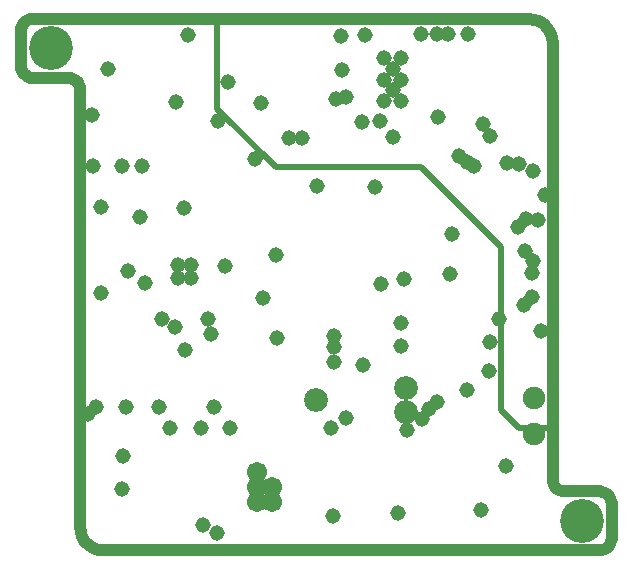
<source format=gbr>
%TF.GenerationSoftware,Altium Limited,Altium NEXUS,3.2.6 (83)*%
G04 Layer_Physical_Order=2*
G04 Layer_Color=32768*
%FSLAX44Y44*%
%MOMM*%
%TF.SameCoordinates,1D3023CA-0B4D-445B-B615-3EAEB33096E1*%
%TF.FilePolarity,Negative*%
%TF.FileFunction,Copper,L2,Inr,Plane*%
%TF.Part,Single*%
G01*
G75*
%TA.AperFunction,NonConductor*%
%ADD67C,0.5000*%
%ADD68C,1.0160*%
%TA.AperFunction,ComponentPad*%
%ADD69C,1.9160*%
%ADD70C,2.0160*%
%ADD71C,1.7160*%
%TA.AperFunction,ViaPad*%
%ADD72C,3.7160*%
%ADD73C,1.3160*%
D67*
X641750Y1180750D02*
Y1318750D01*
Y1180750D02*
X657250Y1165250D01*
X684000D01*
Y1201500D01*
X401750Y1435500D02*
Y1484250D01*
Y1508000D01*
X574250Y1386250D02*
X641750Y1318750D01*
X570998Y1386250D02*
X574250D01*
X451000D02*
X570998D01*
X401750Y1435500D02*
X451000Y1386250D01*
D68*
X284510Y1455839D02*
X285249Y1453725D01*
X285500Y1451500D01*
X285500Y1081500D01*
X286001Y1077049D01*
X287481Y1072822D01*
X289863Y1069030D01*
X293030Y1065863D01*
X296822Y1063480D01*
X301049Y1062001D01*
X305500Y1061500D01*
X725500D01*
X727725Y1061751D01*
X729839Y1062490D01*
X731735Y1063681D01*
X733318Y1065265D01*
X734510Y1067161D01*
X735249Y1069275D01*
X735500Y1071500D01*
Y1101500D01*
X735249Y1103725D02*
X735500Y1101500D01*
X734510Y1105839D02*
X735249Y1103725D01*
X733318Y1107735D02*
X734510Y1105839D01*
X731735Y1109318D02*
X733318Y1107735D01*
X729839Y1110509D02*
X731735Y1109318D01*
X727725Y1111249D02*
X729839Y1110509D01*
X725500Y1111500D02*
X727725Y1111249D01*
X695500Y1111500D02*
X725500D01*
X693275Y1111751D02*
X695500Y1111500D01*
X691161Y1112490D02*
X693275Y1111751D01*
X689265Y1113681D02*
X691161Y1112490D01*
X687682Y1115265D02*
X689265Y1113681D01*
X686490Y1117161D02*
X687682Y1115265D01*
X685751Y1119275D02*
X686490Y1117161D01*
X685500Y1121500D02*
X685751Y1119275D01*
X685500Y1121500D02*
Y1491500D01*
X684998Y1495950D02*
X685500Y1491500D01*
X683519Y1500177D02*
X684998Y1495950D01*
X681137Y1503970D02*
X683519Y1500177D01*
X677970Y1507136D02*
X681137Y1503970D01*
X674178Y1509519D02*
X677970Y1507136D01*
X669950Y1510998D02*
X674178Y1509519D01*
X665500Y1511500D02*
X669950Y1510998D01*
X245500Y1511500D02*
X665500D01*
X243275Y1511249D02*
X245500Y1511500D01*
X241161Y1510510D02*
X243275Y1511249D01*
X239265Y1509318D02*
X241161Y1510510D01*
X237682Y1507735D02*
X239265Y1509318D01*
X236490Y1505839D02*
X237682Y1507735D01*
X235751Y1503725D02*
X236490Y1505839D01*
X235751Y1469275D02*
X236490Y1467161D01*
X237682Y1465265D01*
X239265Y1463681D01*
X241161Y1462490D01*
X243275Y1461750D01*
X245500Y1461500D01*
X275500D01*
X277725Y1461249D01*
X279839Y1460510D01*
X281735Y1459318D01*
X283318Y1457735D01*
X284510Y1455839D01*
X235500Y1471500D02*
X235751Y1469275D01*
X235500Y1471500D02*
Y1501500D01*
X235751Y1503725D01*
D69*
X669500Y1160250D02*
D03*
Y1190250D02*
D03*
D70*
X561100Y1199000D02*
D03*
X484900Y1188850D02*
D03*
X561100Y1178700D02*
D03*
D71*
X435250Y1115200D02*
D03*
Y1127900D02*
D03*
Y1102500D02*
D03*
X447950D02*
D03*
Y1115200D02*
D03*
D72*
X710500Y1086500D02*
D03*
X260500Y1486500D02*
D03*
D73*
X401000Y1075835D02*
D03*
X389290Y1083375D02*
D03*
X308855Y1469250D02*
D03*
X402500Y1424750D02*
D03*
X438219Y1440676D02*
D03*
X433250Y1392875D02*
D03*
X321395Y1141500D02*
D03*
X387750Y1164750D02*
D03*
X645781Y1133305D02*
D03*
X321312Y1113187D02*
D03*
X626250Y1422250D02*
D03*
X632906Y1412696D02*
D03*
X661500Y1269500D02*
D03*
X668485Y1276075D02*
D03*
X462500Y1410850D02*
D03*
X296250Y1387000D02*
D03*
X295250Y1429750D02*
D03*
X303500Y1352000D02*
D03*
X303250Y1279250D02*
D03*
X368000Y1302750D02*
D03*
X379000D02*
D03*
X368000Y1291750D02*
D03*
X379000D02*
D03*
X325766Y1298063D02*
D03*
X396441Y1244855D02*
D03*
X354605Y1257250D02*
D03*
X340017Y1288313D02*
D03*
X662000Y1315000D02*
D03*
X600250Y1329500D02*
D03*
X656000Y1335250D02*
D03*
X663000Y1342500D02*
D03*
X678960Y1362750D02*
D03*
X672750Y1341000D02*
D03*
X668533Y1382567D02*
D03*
X292040Y1177133D02*
D03*
X440625Y1275125D02*
D03*
X523750Y1423897D02*
D03*
X550250Y1411103D02*
D03*
X473250Y1410850D02*
D03*
X539000Y1425000D02*
D03*
X500250Y1221000D02*
D03*
X510500Y1173895D02*
D03*
X497750Y1165250D02*
D03*
X485774Y1370067D02*
D03*
X502397Y1443351D02*
D03*
X587311Y1187395D02*
D03*
X580750Y1181000D02*
D03*
X575250Y1172500D02*
D03*
X613250Y1197500D02*
D03*
X352397Y1182500D02*
D03*
X624750Y1096000D02*
D03*
X562527Y1163057D02*
D03*
X499500Y1090500D02*
D03*
X555040Y1092750D02*
D03*
X557000Y1234560D02*
D03*
X500250Y1233810D02*
D03*
Y1242750D02*
D03*
X451500Y1312000D02*
D03*
X598540Y1295375D02*
D03*
X540250Y1286750D02*
D03*
X559527Y1291063D02*
D03*
X557000Y1254000D02*
D03*
X408500Y1302500D02*
D03*
X366228Y1250478D02*
D03*
X394019Y1257811D02*
D03*
X373250Y1351250D02*
D03*
X336250Y1344000D02*
D03*
X320605Y1387250D02*
D03*
X366500Y1441000D02*
D03*
X376500Y1497500D02*
D03*
X298750Y1182500D02*
D03*
X324395D02*
D03*
X525000Y1218250D02*
D03*
X452500Y1241250D02*
D03*
X338000Y1387250D02*
D03*
X374522Y1230772D02*
D03*
X646624Y1389519D02*
D03*
X668220Y1296617D02*
D03*
X631500Y1213250D02*
D03*
X412250Y1164750D02*
D03*
X362000D02*
D03*
X399103Y1182500D02*
D03*
X656782Y1389068D02*
D03*
X613750Y1498500D02*
D03*
X632750Y1237750D02*
D03*
X534750Y1369000D02*
D03*
X506000Y1497250D02*
D03*
X411000Y1458250D02*
D03*
X612750Y1390500D02*
D03*
X510933Y1445040D02*
D03*
X588625Y1428395D02*
D03*
X543000Y1442000D02*
D03*
X550500Y1451000D02*
D03*
X557500Y1442000D02*
D03*
X619000Y1387250D02*
D03*
X606250Y1395500D02*
D03*
X507126Y1468580D02*
D03*
X526750Y1498250D02*
D03*
X574500Y1499000D02*
D03*
X640250Y1257500D02*
D03*
X668750Y1306875D02*
D03*
X676000Y1247500D02*
D03*
X597000Y1499000D02*
D03*
X587250D02*
D03*
X550000Y1469250D02*
D03*
X543000Y1460000D02*
D03*
X557500D02*
D03*
Y1478250D02*
D03*
X543000D02*
D03*
%TF.MD5,2f732bd4a6aeada7587469c447f34da4*%
M02*

</source>
